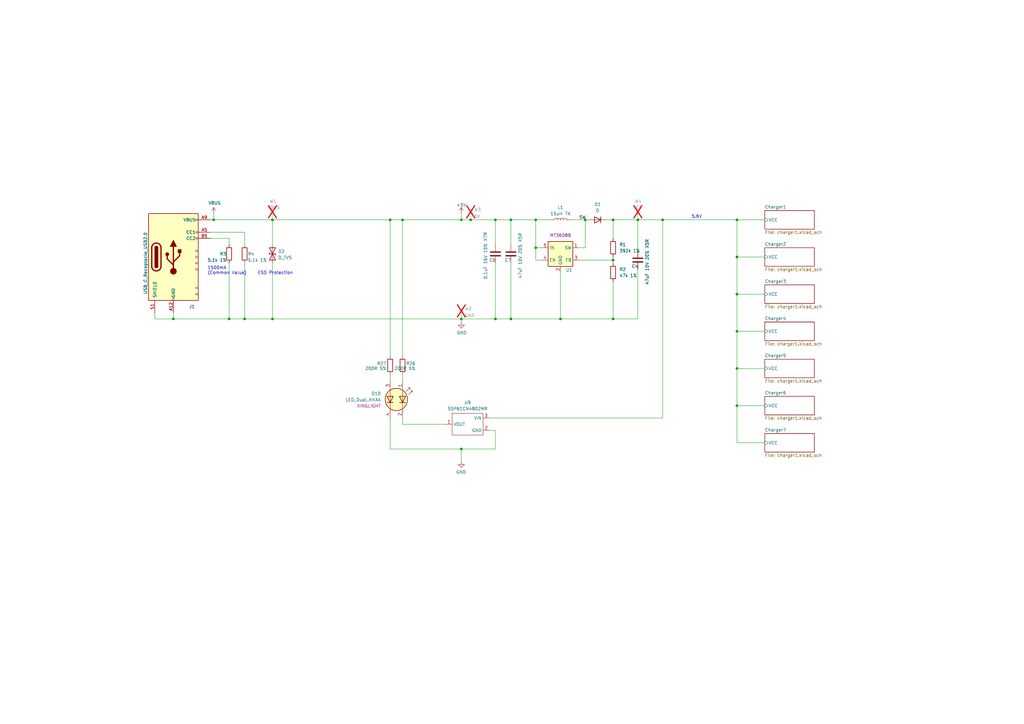
<source format=kicad_sch>
(kicad_sch (version 20250114) (generator "eeschema") (generator_version "9.0")
  (paper "A3")
  (title_block (title "Hex Charger PCB") (date "2025-10-02") (rev "1.4") (company "Systemic Games, LLC"))
  (lib_symbols
    (symbol "Device:C" (pin_numbers (hide yes)) (pin_names (offset 0.254))
      (property "Reference" "C" (at 0.635 2.54 0))
      (property "Value" "C" (at 0.635 -2.54 0))
      (symbol "C_0_1"
        (polyline (pts (xy -2.032 0.762) (xy 2.032 0.762)) (stroke (width 0.508)))
        (polyline (pts (xy -2.032 -0.762) (xy 2.032 -0.762)) (stroke (width 0.508)))
      )
      (symbol "C_1_1"
        (pin passive line (at 0 3.81 270) (length 2.794) (name "~") (number "1"))
        (pin passive line (at 0 -3.81 90) (length 2.794) (name "~") (number "2"))
      )
    )
    (symbol "Device:D" (pin_numbers (hide yes)) (pin_names (offset 1.016) (hide yes))
      (property "Reference" "D" (at 0 2.54 0))
      (property "Value" "D" (at 0 -2.54 0))
      (symbol "D_0_1"
        (polyline (pts (xy -1.27 1.27) (xy -1.27 -1.27)) (stroke (width 0.254)))
        (polyline (pts (xy 1.27 1.27) (xy 1.27 -1.27) (xy -1.27 0) (xy 1.27 1.27)) (stroke (width 0.254)))
        (polyline (pts (xy 1.27 0) (xy -1.27 0)))
      )
      (symbol "D_1_1"
        (pin passive line (at -3.81 0 0) (length 2.54) (name "K") (number "1"))
        (pin passive line (at 3.81 0 180) (length 2.54) (name "A") (number "2"))
      )
    )
    (symbol "Device:D_TVS" (pin_numbers (hide yes)) (pin_names (offset 1.016) (hide yes))
      (property "Reference" "D" (at 0 2.54 0))
      (property "Value" "D_TVS" (at 0 -2.54 0))
      (symbol "D_TVS_0_1"
        (polyline (pts (xy -2.54 1.27) (xy -2.54 -1.27) (xy 2.54 1.27) (xy 2.54 -1.27) (xy -2.54 1.27)) (stroke (width 0.254)))
        (polyline (pts (xy 0.508 1.27) (xy 0 1.27) (xy 0 -1.27) (xy -0.508 -1.27)) (stroke (width 0.254)))
        (polyline (pts (xy 1.27 0) (xy -1.27 0)))
      )
      (symbol "D_TVS_1_1"
        (pin passive line (at -3.81 0 0) (length 2.54) (name "A1") (number "1"))
        (pin passive line (at 3.81 0 180) (length 2.54) (name "A2") (number "2"))
      )
    )
    (symbol "Device:L" (pin_numbers (hide yes)) (pin_names (offset 1.016) (hide yes))
      (property "Reference" "L" (at -1.27 0 90))
      (property "Value" "L" (at 1.905 0 90))
      (symbol "L_0_1"
        (arc (start 0 2.54) (mid 0.6323 1.905) (end 0 1.27))
        (arc (start 0 1.27) (mid 0.6323 0.635) (end 0 0))
        (arc (start 0 0) (mid 0.6323 -0.635) (end 0 -1.27))
        (arc (start 0 -1.27) (mid 0.6323 -1.905) (end 0 -2.54))
      )
      (symbol "L_1_1"
        (pin passive line (at 0 3.81 270) (length 1.27) (name "1") (number "1"))
        (pin passive line (at 0 -3.81 90) (length 1.27) (name "2") (number "2"))
      )
    )
    (symbol "Device:R" (pin_numbers (hide yes)) (pin_names (offset 0))
      (property "Reference" "R" (at 2.032 0 90))
      (property "Value" "R" (at 0 0 90))
      (symbol "R_0_1"
        (rectangle (start -1.016 -2.54) (end 1.016 2.54) (stroke (width 0.254)))
      )
      (symbol "R_1_1"
        (pin passive line (at 0 3.81 270) (length 1.27) (name "~") (number "1"))
        (pin passive line (at 0 -3.81 90) (length 1.27) (name "~") (number "2"))
      )
    )
    (symbol "Pixels-dice:LED_Dual_KKAA" (pin_names (offset 0) (hide yes))
      (property "Reference" "D" (at 0 5.715 0))
      (property "Value" "LED_Dual_KKAA" (at 0 -6.35 0))
      (symbol "LED_Dual_KKAA_0_1"
        (polyline (pts (xy -5.08 2.54) (xy 2.032 2.54)))
        (polyline (pts (xy -5.08 -2.54) (xy 2.032 -2.54)))
        (polyline (pts (xy -1.27 3.81) (xy -1.27 1.27)) (stroke (width 0.254)))
        (polyline (pts (xy -1.27 -1.27) (xy -1.27 -3.81)) (stroke (width 0.254)))
        (circle (center 0 0) (radius 4.572) (stroke (width 0.254)) (fill (type background)))
        (polyline (pts (xy 1.27 3.81) (xy 1.27 1.27) (xy -1.27 2.54) (xy 1.27 3.81)) (stroke (width 0.254)))
        (polyline (pts (xy 1.27 -1.27) (xy 1.27 -3.81) (xy -1.27 -2.54) (xy 1.27 -1.27)) (stroke (width 0.254)))
        (polyline (pts (xy 2.032 5.08) (xy 3.556 6.604) (xy 2.794 6.604) (xy 3.556 6.604) (xy 3.556 5.842)))
        (polyline (pts (xy 3.302 4.064) (xy 4.826 5.588) (xy 4.064 5.588) (xy 4.826 5.588) (xy 4.826 4.826)))
        (polyline (pts (xy 3.81 2.54) (xy 1.905 2.54)))
        (polyline (pts (xy 3.81 -2.54) (xy 1.905 -2.54)))
      )
      (symbol "LED_Dual_KKAA_1_1"
        (pin input line (at -7.62 2.54 0) (length 3.048) (name "K1") (number "2"))
        (pin input line (at -7.62 -2.54 0) (length 3.048) (name "K2") (number "4"))
        (pin input line (at 7.62 2.54 180) (length 3.81) (name "A1") (number "1"))
        (pin input line (at 7.62 -2.54 180) (length 3.81) (name "A2") (number "3"))
      )
    )
    (symbol "Pixels-dice:SSP61CN4802MR"
      (property "Reference" "U" (at 0 -5.842 0))
      (property "Value" "SSP61CN4802MR" (at 0 0 0))
      (symbol "SSP61CN4802MR_0_1"
        (rectangle (start -6.35 4.445) (end 6.35 -4.445))
      )
      (symbol "SSP61CN4802MR_1_1"
        (pin power_in line (at -8.89 2.54 0) (length 2.54) (name "VIN") (number "3"))
        (pin power_in line (at -8.89 -2.54 0) (length 2.54) (name "GND") (number "2"))
        (pin output line (at 8.89 0 180) (length 2.54) (name "VOUT") (number "1"))
      )
    )
    (symbol "Pixels-dice:TEST_1P-conn" (pin_numbers (hide yes)) (pin_names (offset 0.762) (hide yes))
      (property "Reference" "W" (at 0 6.858 0))
      (property "Value" "TEST_1P-conn" (at 0 5.08 0))
      (symbol "TEST_1P-conn_0_1"
        (circle (center 0 3.302) (radius 0.762))
      )
      (symbol "TEST_1P-conn_1_1"
        (pin passive line (at 0 0 90) (length 2.54) (name "1") (number "1"))
      )
    )
    (symbol "Pixels-dice:USB_C_Receptacle_USB2.0" (pin_names (offset 1.016))
      (property "Reference" "J" (at -10.16 19.05 0))
      (property "Value" "USB_C_Receptacle_USB2.0" (at 19.05 19.05 0))
      (symbol "USB_C_Receptacle_USB2.0_0_0"
        (rectangle (start -0.254 -17.78) (end 0.254 -16.764))
        (rectangle (start 10.16 15.494) (end 9.144 14.986))
        (rectangle (start 10.16 10.414) (end 9.144 9.906))
        (rectangle (start 10.16 7.874) (end 9.144 7.366))
        (rectangle (start 10.16 2.794) (end 9.144 2.286))
        (rectangle (start 10.16 0.254) (end 9.144 -0.254))
        (rectangle (start 10.16 -2.286) (end 9.144 -2.794))
        (rectangle (start 10.16 -4.826) (end 9.144 -5.334))
        (rectangle (start 10.16 -12.446) (end 9.144 -12.954))
        (rectangle (start 10.16 -14.986) (end 9.144 -15.494))
      )
      (symbol "USB_C_Receptacle_USB2.0_0_1"
        (rectangle (start -10.16 17.78) (end 10.16 -17.78) (stroke (width 0.254)) (fill (type background)))
        (polyline (pts (xy -8.89 -3.81) (xy -8.89 3.81)) (stroke (width 0.508)))
        (rectangle (start -7.62 -3.81) (end -6.35 3.81) (stroke (width 0.254)) (fill (type outline)))
        (arc (start -7.62 3.81) (mid -6.985 4.4422) (end -6.35 3.81) (stroke (width 0.254)))
        (arc (start -7.62 3.81) (mid -6.985 4.4422) (end -6.35 3.81) (stroke (width 0.254)) (fill (type outline)))
        (arc (start -8.89 3.81) (mid -6.985 5.7066) (end -5.08 3.81) (stroke (width 0.508)))
        (arc (start -5.08 -3.81) (mid -6.985 -5.7066) (end -8.89 -3.81) (stroke (width 0.508)))
        (arc (start -6.35 -3.81) (mid -6.985 -4.4422) (end -7.62 -3.81) (stroke (width 0.254)))
        (arc (start -6.35 -3.81) (mid -6.985 -4.4422) (end -7.62 -3.81) (stroke (width 0.254)) (fill (type outline)))
        (polyline (pts (xy -5.08 3.81) (xy -5.08 -3.81)) (stroke (width 0.508)))
        (circle (center -2.54 1.143) (radius 0.635) (stroke (width 0.254)) (fill (type outline)))
        (polyline (pts (xy -1.27 4.318) (xy 0 6.858) (xy 1.27 4.318) (xy -1.27 4.318)) (stroke (width 0.254)) (fill (type outline)))
        (polyline (pts (xy 0 -2.032) (xy 2.54 0.508) (xy 2.54 1.778)) (stroke (width 0.508)))
        (polyline (pts (xy 0 -3.302) (xy -2.54 -0.762) (xy -2.54 0.508)) (stroke (width 0.508)))
        (polyline (pts (xy 0 -5.842) (xy 0 4.318)) (stroke (width 0.508)))
        (circle (center 0 -5.842) (radius 1.27) (fill (type outline)))
        (rectangle (start 1.905 1.778) (end 3.175 3.048) (stroke (width 0.254)) (fill (type outline)))
      )
      (symbol "USB_C_Receptacle_USB2.0_1_1"
        (pin passive line (at -7.62 -22.86 90) (length 5.08) (name "SHIELD") (number "S1"))
        (pin passive line (at 0 -22.86 90) (length 5.08) (name "GND") (number "A12"))
        (pin passive line (at 0 -22.86 90) (length 5.08) (hide yes) (name "GND") (number "B12"))
        (pin passive line (at 15.24 15.24 180) (length 5.08) (name "VBUS") (number "A9"))
        (pin passive line (at 15.24 15.24 180) (length 5.08) (hide yes) (name "VBUS") (number "B9"))
        (pin bidirectional line (at 15.24 10.16 180) (length 5.08) (name "CC1") (number "A5"))
        (pin bidirectional line (at 15.24 7.62 180) (length 5.08) (name "CC2") (number "B5"))
      )
    )
    (symbol "Regulator_Switching:MT3608"
      (property "Reference" "U" (at -2.54 8.89 0))
      (property "Value" "MT3608" (at -3.81 6.35 0))
      (symbol "MT3608_0_1"
        (rectangle (start -5.08 5.08) (end 5.08 -5.08) (stroke (width 0.254)) (fill (type background)))
      )
      (symbol "MT3608_1_1"
        (pin power_in line (at -7.62 2.54 0) (length 2.54) (name "IN") (number "5"))
        (pin input line (at -7.62 -2.54 0) (length 2.54) (name "EN") (number "4"))
        (pin power_in line (at 0 -7.62 90) (length 2.54) (name "GND") (number "2"))
        (pin no_connect line (at 5.08 0 180) (length 2.54) (hide yes) (name "NC") (number "6"))
        (pin passive line (at 7.62 2.54 180) (length 2.54) (name "SW") (number "1"))
        (pin input line (at 7.62 -2.54 180) (length 2.54) (name "FB") (number "3"))
      )
    )
    (symbol "power:+5V" (power) (pin_names (offset 0))
      (property "Value" "+5V" (at 0 3.556 0))
      (symbol "+5V_0_1"
        (polyline (pts (xy -0.762 1.27) (xy 0 2.54)))
        (polyline (pts (xy 0 2.54) (xy 0.762 1.27)))
        (polyline (pts (xy 0 0) (xy 0 2.54)))
      )
      (symbol "+5V_1_1"
        (pin power_in line (at 0 0 90) (length 0) (hide yes) (name "+5V") (number "1"))
      )
    )
    (symbol "power:GND" (power) (pin_names (offset 0))
      (property "Value" "GND" (at 0 -3.81 0))
      (symbol "GND_0_1"
        (polyline (pts (xy 0 0) (xy 0 -1.27) (xy 1.27 -1.27) (xy 0 -2.54) (xy -1.27 -1.27) (xy 0 -1.27)))
      )
      (symbol "GND_1_1"
        (pin power_in line (at 0 0 270) (length 0) (hide yes) (name "GND") (number "1"))
      )
    )
    (symbol "power:VBUS" (power) (pin_names (offset 0))
      (property "Value" "VBUS" (at 0 3.81 0))
      (symbol "VBUS_0_1"
        (polyline (pts (xy -0.762 1.27) (xy 0 2.54)))
        (polyline (pts (xy 0 2.54) (xy 0.762 1.27)))
        (polyline (pts (xy 0 0) (xy 0 2.54)))
      )
      (symbol "VBUS_1_1"
        (pin power_in line (at 0 0 90) (length 0) (hide yes) (name "VBUS") (number "1"))
      )
    )
  )
  (text "1500mA\n(Common Value)" (at 85.09 112.776 0) (effects (font (size 1.27 1.27)) (justify left bottom)))
  (text "5.6V" (at 285.75 88.9 0) (effects (font (size 1.27 1.27))))
  (text "ESD Protection" (at 105.664 112.776 0) (effects (font (size 1.27 1.27)) (justify left bottom)))
  (junction (at 302.26 90.17))
  (junction (at 111.76 90.17))
  (junction (at 189.23 184.15))
  (junction (at 302.26 166.37))
  (junction (at 93.98 130.81))
  (junction (at 100.33 130.81))
  (junction (at 302.26 105.41))
  (junction (at 240.03 90.17))
  (junction (at 271.78 90.17))
  (junction (at 302.26 120.65))
  (junction (at 251.46 90.17))
  (junction (at 302.26 135.89))
  (junction (at 165.1 90.17))
  (junction (at 160.02 90.17))
  (junction (at 251.46 130.81))
  (junction (at 193.04 90.17))
  (junction (at 111.76 130.81))
  (junction (at 87.63 90.17))
  (junction (at 219.71 101.6))
  (junction (at 302.26 151.13))
  (junction (at 219.71 90.17))
  (junction (at 189.23 90.17))
  (junction (at 209.55 130.81))
  (junction (at 203.2 130.81))
  (junction (at 251.46 106.68))
  (junction (at 229.87 130.81))
  (junction (at 203.2 90.17))
  (junction (at 209.55 90.17))
  (junction (at 189.23 130.81))
  (junction (at 261.62 90.17))
  (junction (at 71.12 130.81))
  (wire (pts (xy 100.33 130.81) (xy 111.76 130.81)))
  (wire (pts (xy 203.2 107.95) (xy 203.2 130.81)))
  (wire (pts (xy 237.49 101.6) (xy 240.03 101.6)))
  (wire (pts (xy 240.03 90.17) (xy 241.3 90.17)))
  (wire (pts (xy 271.78 90.17) (xy 271.78 171.45)))
  (wire (pts (xy 219.71 90.17) (xy 219.71 101.6)))
  (wire (pts (xy 165.1 173.99) (xy 182.88 173.99)))
  (wire (pts (xy 302.26 120.65) (xy 313.69 120.65)))
  (wire (pts (xy 165.1 171.45) (xy 165.1 173.99)))
  (wire (pts (xy 251.46 90.17) (xy 261.62 90.17)))
  (wire (pts (xy 302.26 105.41) (xy 302.26 120.65)))
  (wire (pts (xy 222.25 106.68) (xy 219.71 106.68)))
  (wire (pts (xy 87.63 87.63) (xy 87.63 90.17)))
  (wire (pts (xy 160.02 171.45) (xy 160.02 184.15)))
  (wire (pts (xy 248.92 90.17) (xy 251.46 90.17)))
  (wire (pts (xy 71.12 128.27) (xy 71.12 130.81)))
  (wire (pts (xy 237.49 106.68) (xy 251.46 106.68)))
  (wire (pts (xy 302.26 166.37) (xy 313.69 166.37)))
  (wire (pts (xy 203.2 100.33) (xy 203.2 90.17)))
  (wire (pts (xy 100.33 107.95) (xy 100.33 130.81)))
  (wire (pts (xy 189.23 184.15) (xy 160.02 184.15)))
  (wire (pts (xy 302.26 120.65) (xy 302.26 135.89)))
  (wire (pts (xy 63.5 128.27) (xy 63.5 130.81)))
  (wire (pts (xy 209.55 90.17) (xy 219.71 90.17)))
  (wire (pts (xy 226.06 90.17) (xy 219.71 90.17)))
  (wire (pts (xy 233.68 90.17) (xy 240.03 90.17)))
  (wire (pts (xy 219.71 101.6) (xy 222.25 101.6)))
  (wire (pts (xy 240.03 101.6) (xy 240.03 90.17)))
  (wire (pts (xy 209.55 107.95) (xy 209.55 130.81)))
  (wire (pts (xy 100.33 95.25) (xy 100.33 100.33)))
  (wire (pts (xy 302.26 181.61) (xy 313.69 181.61)))
  (wire (pts (xy 302.26 90.17) (xy 302.26 105.41)))
  (wire (pts (xy 261.62 90.17) (xy 261.62 102.87)))
  (wire (pts (xy 271.78 90.17) (xy 302.26 90.17)))
  (wire (pts (xy 160.02 90.17) (xy 165.1 90.17)))
  (wire (pts (xy 209.55 130.81) (xy 229.87 130.81)))
  (wire (pts (xy 200.66 176.53) (xy 203.2 176.53)))
  (wire (pts (xy 203.2 90.17) (xy 209.55 90.17)))
  (wire (pts (xy 193.04 90.17) (xy 203.2 90.17)))
  (wire (pts (xy 302.26 151.13) (xy 302.26 166.37)))
  (wire (pts (xy 261.62 130.81) (xy 261.62 110.49)))
  (wire (pts (xy 251.46 130.81) (xy 261.62 130.81)))
  (wire (pts (xy 111.76 130.81) (xy 189.23 130.81)))
  (wire (pts (xy 203.2 184.15) (xy 189.23 184.15)))
  (wire (pts (xy 302.26 135.89) (xy 302.26 151.13)))
  (wire (pts (xy 251.46 130.81) (xy 251.46 115.57)))
  (wire (pts (xy 302.26 105.41) (xy 313.69 105.41)))
  (wire (pts (xy 86.36 90.17) (xy 87.63 90.17)))
  (wire (pts (xy 203.2 176.53) (xy 203.2 184.15)))
  (wire (pts (xy 86.36 95.25) (xy 100.33 95.25)))
  (wire (pts (xy 209.55 90.17) (xy 209.55 100.33)))
  (wire (pts (xy 93.98 97.79) (xy 93.98 100.33)))
  (wire (pts (xy 165.1 90.17) (xy 165.1 146.05)))
  (wire (pts (xy 71.12 130.81) (xy 93.98 130.81)))
  (wire (pts (xy 165.1 90.17) (xy 189.23 90.17)))
  (wire (pts (xy 302.26 151.13) (xy 313.69 151.13)))
  (wire (pts (xy 93.98 130.81) (xy 100.33 130.81)))
  (wire (pts (xy 63.5 130.81) (xy 71.12 130.81)))
  (wire (pts (xy 251.46 106.68) (xy 251.46 107.95)))
  (wire (pts (xy 93.98 107.95) (xy 93.98 130.81)))
  (wire (pts (xy 111.76 90.17) (xy 160.02 90.17)))
  (wire (pts (xy 229.87 130.81) (xy 251.46 130.81)))
  (wire (pts (xy 302.26 90.17) (xy 313.69 90.17)))
  (wire (pts (xy 189.23 130.81) (xy 189.23 132.08)))
  (wire (pts (xy 189.23 87.63) (xy 189.23 90.17)))
  (wire (pts (xy 87.63 90.17) (xy 111.76 90.17)))
  (wire (pts (xy 86.36 97.79) (xy 93.98 97.79)))
  (wire (pts (xy 189.23 189.23) (xy 189.23 184.15)))
  (wire (pts (xy 219.71 106.68) (xy 219.71 101.6)))
  (wire (pts (xy 302.26 135.89) (xy 313.69 135.89)))
  (wire (pts (xy 165.1 153.67) (xy 165.1 156.21)))
  (wire (pts (xy 261.62 90.17) (xy 271.78 90.17)))
  (wire (pts (xy 189.23 130.81) (xy 203.2 130.81)))
  (wire (pts (xy 251.46 106.68) (xy 251.46 105.41)))
  (wire (pts (xy 160.02 153.67) (xy 160.02 156.21)))
  (wire (pts (xy 200.66 171.45) (xy 271.78 171.45)))
  (wire (pts (xy 189.23 90.17) (xy 193.04 90.17)))
  (wire (pts (xy 302.26 166.37) (xy 302.26 181.61)))
  (wire (pts (xy 229.87 130.81) (xy 229.87 111.76)))
  (wire (pts (xy 111.76 107.95) (xy 111.76 130.81)))
  (wire (pts (xy 160.02 90.17) (xy 160.02 146.05)))
  (wire (pts (xy 111.76 90.17) (xy 111.76 100.33)))
  (wire (pts (xy 203.2 130.81) (xy 209.55 130.81)))
  (wire (pts (xy 251.46 90.17) (xy 251.46 97.79)))
  (label "SW" (at 237.49 90.17 0))
  (symbol (lib_id "Device:R") (at 100.33 104.14 180) (unit 1)
    (property "Reference" "R4" (at 101.6 104.14 0) (effects (justify right)))
    (property "Value" "5.1k 1%" (at 101.6 106.68 0) (effects (justify right)))
    (property "Footprint" "Resistor_SMD:R_0402_1005Metric" (effects (hide yes)))
    (property "Part Number" "0402WGF5101TCE" (effects (hide yes)))
    (property "Manufacturer" "UNI-ROYAL(Uniroyal Elec)" (effects (hide yes)))
    (property "Pixels Part Number" "SMD-R101" (effects (hide yes)))
    (property "LCSC Part #" "C25905" (effects (hide yes)))
  )
  (symbol (lib_id "Pixels-dice:TEST_1P-conn") (at 261.62 90.17 0) (unit 1) (in_bom no) (dnp yes)
    (property "Reference" "W4" (at 260.35 82.55 0) (effects (justify left)))
    (property "Value" "VCC" (at 259.588 85.09 0) (effects (justify left)))
    (property "Footprint" "Pixels-dice:TestPoint_1.5x1.5_Drill0.9mm" (effects (hide yes)))
  )
  (symbol (lib_id "Pixels-dice:TEST_1P-conn") (at 193.04 90.17 0) (unit 1) (in_bom no) (dnp yes)
    (property "Reference" "W3" (at 194.437 85.9595 0) (effects (justify left)))
    (property "Value" "5V" (at 194.437 88.7346 0) (effects (justify left)))
    (property "Footprint" "Pixels-dice:TestPoint_1.5x1.5_Drill0.9mm" (effects (hide yes)))
  )
  (symbol (lib_id "Device:L") (at 229.87 90.17 90) (unit 1)
    (property "Reference" "L1" (at 229.87 85.09 90))
    (property "Value" "15uH 7A" (at 229.87 87.63 90))
    (property "Footprint" "Inductor_SMD:L_Sunlord_MWSA1005S" (effects (hide yes)))
    (property "Description" "Inductor" (effects (hide yes)))
    (property "Manufacturer" "COILMX" (effects (hide yes)))
    (property "Part Number" "MS1050-150M" (effects (hide yes)))
    (property "Alternate Part Number" "YT0650H-100M" (effects (hide yes)))
    (property "LCSC Part #" "C18337490" (effects (hide yes)))
  )
  (symbol (lib_id "Regulator_Switching:MT3608") (at 229.87 104.14 0) (unit 1)
    (property "Reference" "U1" (at 233.426 110.744 0))
    (property "Value" "MT3608B" (effects (hide yes)))
    (property "Footprint" "Package_TO_SOT_SMD:SOT-23-6" (effects (hide yes)))
    (property "Datasheet" "https://www.olimex.com/Products/Breadboarding/BB-PWR-3608/resources/MT3608.pdf" (effects (hide yes)))
    (property "Description" "High Efficiency 1.2MHz 2A Step Up Converter, 2-24V Vin, 28V Vout, 4A current limit, 1.2MHz, SOT23-6" (effects (hide yes)))
    (property "Manufacturer" "XI'AN Aerosemi Tech" (effects (hide yes)))
    (property "Part Number" "MT3608B" (at 229.87 96.52 0))
    (property "LCSC Part #" "C19189893" (effects (hide yes)))
  )
  (symbol (lib_id "Device:R") (at 251.46 101.6 0) (unit 1)
    (property "Reference" "R1" (at 254 100.3299 0) (effects (justify left)))
    (property "Value" "392k 1%" (at 254 102.8699 0) (effects (justify left)))
    (property "Footprint" "Resistor_SMD:R_0402_1005Metric" (effects (hide yes)))
    (property "Description" "Resistor" (effects (hide yes)))
    (property "Manufacturer" "UNI-ROYAL(Uniroyal Elec)" (effects (hide yes)))
    (property "Part Number" "0402WGF3923TCE" (effects (hide yes)))
  )
  (symbol (lib_id "Pixels-dice:TEST_1P-conn") (at 189.23 130.81 0) (unit 1) (in_bom no) (dnp yes)
    (property "Reference" "W2" (at 190.627 126.5995 0) (effects (justify left)))
    (property "Value" "GND" (at 190.627 129.3746 0) (effects (justify left)))
    (property "Footprint" "Pixels-dice:TestPoint_1.5x1.5_Drill0.9mm" (effects (hide yes)))
  )
  (symbol (lib_id "Device:D_TVS") (at 111.76 104.14 270) (unit 1)
    (property "Reference" "D2" (at 114.046 103.124 90) (effects (justify left)))
    (property "Value" "D_TVS" (at 114.046 105.664 90) (effects (justify left)))
    (property "Footprint" "Pixels-dice:DFN" (effects (hide yes)))
    (property "Manufacturer" "Murata" (effects (hide yes)))
    (property "Part Number" "LXES1UTAA1-157" (effects (hide yes)))
    (property "Alternate Manufacturer" "Cnnpchip品牌 " (effects (hide yes)))
    (property "Alternate Part Number" "LXES1UTAA1-157" (effects (hide yes)))
    (property "LCSC Part #" "C5210979" (effects (hide yes)))
  )
  (symbol (lib_id "Pixels-dice:USB_C_Receptacle_USB2.0") (at 71.12 105.41 0) (unit 1)
    (property "Reference" "J1" (at 78.74 125.73 0))
    (property "Value" "USB_C_Receptacle_USB2.0" (at 59.69 107.95 90))
    (property "Footprint" "Pixels-dice:USB-C-SMD_10P-P1.00-L6.8-W8.9" (effects (hide yes)))
    (property "Datasheet" "https://www.usb.org/sites/default/files/documents/usb_type-c.zip" (effects (hide yes)))
    (property "Part Number" "TYPE-C-31-M-17" (effects (hide yes)))
    (property "Manufacturer" "Korean Hroparts Elec" (effects (hide yes)))
    (property "Pixels Part Number" "SMD-J108" (effects (hide yes)))
    (property "Alternate Manufacturer" "Yusheng" (effects (hide yes)))
    (property "Alternate Part Number" "A-TPCB0602-00RB" (effects (hide yes)))
    (property "LCSC Part #" "C283540" (effects (hide yes)))
  )
  (symbol (lib_id "power:GND") (at 189.23 132.08 0) (unit 1)
    (property "Reference" "#PWR03" (effects (hide yes)))
    (property "Value" "GND" (at 189.357 136.4742 0))
  )
  (symbol (lib_id "Device:R") (at 251.46 111.76 0) (unit 1)
    (property "Reference" "R2" (at 254 110.4899 0) (effects (justify left)))
    (property "Value" "47k 1%" (at 254 113.0299 0) (effects (justify left)))
    (property "Footprint" "Resistor_SMD:R_0402_1005Metric" (effects (hide yes)))
    (property "Description" "Resistor" (effects (hide yes)))
    (property "Manufacturer" "UNI-ROYAL(Uniroyal Elec)" (effects (hide yes)))
    (property "Part Number" "0402WGF4702TCE" (effects (hide yes)))
  )
  (symbol (lib_id "Pixels-dice:SSP61CN4802MR") (at 191.77 173.99 0) (mirror y) (unit 1)
    (property "Reference" "U9" (at 191.77 165.1 0))
    (property "Value" "SSP61CN4802MR" (at 191.77 167.64 0))
    (property "Footprint" "Package_TO_SOT_SMD:SOT-23" (effects (hide yes)))
    (property "Manufacturer" "UMW(Youtai Semiconductor Co., Ltd.)" (effects (hide yes)))
    (property "Part Number" "HT7050S" (effects (hide yes)))
    (property "LCSC Part #" "C2842953" (effects (hide yes)))
  )
  (symbol (lib_id "power:+5V") (at 189.23 87.63 0) (unit 1)
    (property "Reference" "#PWR02" (effects (hide yes)))
    (property "Value" "+5V" (at 189.23 84.0255 0))
  )
  (symbol (lib_id "Device:C") (at 261.62 106.68 0) (unit 1)
    (property "Reference" "C4" (at 259.08 109.22 0) (effects (justify left)))
    (property "Value" "47uF 10V 20% X5R" (at 265.43 116.84 90) (effects (justify left)))
    (property "Footprint" "Capacitor_SMD:C_1206_3216Metric" (effects (hide yes)))
    (property "Part Number" " CGA1206X5R476M100NT" (effects (hide yes)))
    (property "Manufacturer" "HRE" (effects (hide yes)))
  )
  (symbol (lib_id "Device:C") (at 209.55 104.14 0) (unit 1)
    (property "Reference" "C7" (at 207.01 106.68 0) (effects (justify left)))
    (property "Value" "47uF 10V 20% X5R" (at 213.36 114.3 90) (effects (justify left)))
    (property "Footprint" "Capacitor_SMD:C_1206_3216Metric" (effects (hide yes)))
    (property "Part Number" " CGA1206X5R476M100NT" (effects (hide yes)))
    (property "Manufacturer" "HRE" (effects (hide yes)))
  )
  (symbol (lib_id "Pixels-dice:TEST_1P-conn") (at 111.76 90.17 0) (unit 1) (in_bom no) (dnp yes)
    (property "Reference" "W1" (at 110.49 82.55 0) (effects (justify left)))
    (property "Value" "VBUS" (at 109.728 85.09 0) (effects (justify left)))
    (property "Footprint" "Pixels-dice:TestPoint_1.5x1.5_Drill0.9mm" (effects (hide yes)))
  )
  (symbol (lib_id "Device:C") (at 203.2 104.14 0) (unit 1)
    (property "Reference" "C6" (at 200.66 106.68 0) (effects (justify left)))
    (property "Value" "0.1uF 16V 10% X7R" (at 199.136 114.554 90) (effects (justify left)))
    (property "Footprint" "Capacitor_SMD:C_0603_1608Metric" (effects (hide yes)))
    (property "Part Number" "CGA0603X7R104K500JT" (effects (hide yes)))
    (property "Manufacturer" "HRE" (effects (hide yes)))
  )
  (symbol (lib_id "Pixels-dice:LED_Dual_KKAA") (at 162.56 163.83 270) (mirror x) (unit 1)
    (property "Reference" "D10" (at 156.21 161.4169 90) (effects (justify right)))
    (property "Value" "LED_Dual_KKAA" (at 156.21 163.9569 90) (effects (justify right)))
    (property "Footprint" "Pixels-dice:XL-3210SURUGC" (effects (hide yes)))
    (property "Description" "Dual LED, cathodes on pins 1 and 3" (effects (hide yes)))
    (property "Manufacturer" "XINGLIGHT" (at 156.21 166.4969 90) (effects (justify right)))
    (property "Part Number" "XL-3210SURUGC" (effects (hide yes)))
    (property "LCSC Part #" "C965883" (effects (hide yes)))
  )
  (symbol (lib_id "Device:R") (at 160.02 149.86 0) (mirror x) (unit 1)
    (property "Reference" "R27" (at 158.496 149.098 0) (effects (justify right)))
    (property "Value" "200R 5%" (at 158.496 151.13 0) (effects (justify right)))
    (property "Footprint" "Resistor_SMD:R_0402_1005Metric" (effects (hide yes)))
    (property "Part Number" "0402WGF2000TCE" (effects (hide yes)))
    (property "Manufacturer" "UNI-ROYAL(Uniroyal Elec)" (effects (hide yes)))
    (property "LCSC Part #" "C25087" (effects (hide yes)))
  )
  (symbol (lib_id "Device:R") (at 93.98 104.14 180) (unit 1)
    (property "Reference" "R3" (at 90.17 104.14 0) (effects (justify right)))
    (property "Value" "5.1k 1%" (at 85.09 106.68 0) (effects (justify right)))
    (property "Footprint" "Resistor_SMD:R_0402_1005Metric" (effects (hide yes)))
    (property "Part Number" "0402WGF5101TCE" (effects (hide yes)))
    (property "Manufacturer" "UNI-ROYAL(Uniroyal Elec)" (effects (hide yes)))
    (property "Pixels Part Number" "SMD-R101" (effects (hide yes)))
    (property "LCSC Part #" "C25905" (effects (hide yes)))
  )
  (symbol (lib_id "Device:R") (at 165.1 149.86 0) (mirror x) (unit 1)
    (property "Reference" "R26" (at 170.434 149.098 0) (effects (justify right)))
    (property "Value" "200R 5%" (at 170.434 151.13 0) (effects (justify right)))
    (property "Footprint" "Resistor_SMD:R_0402_1005Metric" (effects (hide yes)))
    (property "Part Number" "0402WGF2000TCE" (effects (hide yes)))
    (property "Manufacturer" "UNI-ROYAL(Uniroyal Elec)" (effects (hide yes)))
    (property "LCSC Part #" "C25087" (effects (hide yes)))
  )
  (symbol (lib_id "Device:D") (at 245.11 90.17 180) (unit 1)
    (property "Reference" "D1" (at 245.11 83.82 0))
    (property "Value" "D" (at 245.11 86.36 0))
    (property "Footprint" "Pixels-dice:SMAF" (effects (hide yes)))
    (property "Description" "Diode" (effects (hide yes)))
    (property "Sim.Device" "D" (effects (hide yes)))
    (property "Sim.Pins" "1=K 2=A" (effects (hide yes)))
    (property "Manufacturer" "GOODWORK" (effects (hide yes)))
    (property "Part Number" "SS54F" (effects (hide yes)))
    (property "Alternate Manufacturer" "HOTECH品牌 " (effects (hide yes)))
    (property "Alternate Part Number" "SS54F" (effects (hide yes)))
    (property "LCSC Part #" "C908671" (effects (hide yes)))
  )
  (symbol (lib_id "power:GND") (at 189.23 189.23 0) (mirror y) (unit 1)
    (property "Reference" "#PWR04" (effects (hide yes)))
    (property "Value" "GND" (at 189.103 193.6242 0))
  )
  (symbol (lib_id "power:VBUS") (at 87.63 87.63 0) (unit 1)
    (property "Reference" "#PWR01" (effects (hide yes)))
    (property "Value" "VBUS" (at 88.011 83.2358 0))
  )
  (sheet (at 313.69 116.84) (size 20.32 7.62) (stroke (width 0.1524))
    (property "Sheetname" "Charger3" (at 313.69 116.1284 0) (effects (justify left bottom)))
    (property "Sheetfile" "charger1.kicad_sch" (at 313.69 125.0446 0) (effects (justify left top)))
    (pin "VCC" input (at 313.69 120.65 180))
  )
  (sheet (at 313.69 177.8) (size 20.32 7.62) (stroke (width 0.1524))
    (property "Sheetname" "Charger7" (at 313.69 177.0884 0) (effects (justify left bottom)))
    (property "Sheetfile" "charger1.kicad_sch" (at 313.69 186.0046 0) (effects (justify left top)))
    (pin "VCC" input (at 313.69 181.61 180))
  )
  (sheet (at 313.69 162.56) (size 20.32 7.62) (stroke (width 0.1524))
    (property "Sheetname" "Charger6" (at 313.69 161.8484 0) (effects (justify left bottom)))
    (property "Sheetfile" "charger1.kicad_sch" (at 313.69 170.7646 0) (effects (justify left top)))
    (pin "VCC" input (at 313.69 166.37 180))
  )
  (sheet (at 313.69 86.36) (size 20.32 7.62) (stroke (width 0.1524))
    (property "Sheetname" "Charger1" (at 313.69 85.6484 0) (effects (justify left bottom)))
    (property "Sheetfile" "charger1.kicad_sch" (at 313.69 94.5646 0) (effects (justify left top)))
    (pin "VCC" input (at 313.69 90.17 180))
  )
  (sheet (at 313.69 132.08) (size 20.32 7.62) (stroke (width 0.1524))
    (property "Sheetname" "Charger4" (at 313.69 131.3684 0) (effects (justify left bottom)))
    (property "Sheetfile" "charger1.kicad_sch" (at 313.69 140.2846 0) (effects (justify left top)))
    (pin "VCC" input (at 313.69 135.89 180))
  )
  (sheet (at 313.69 101.6) (size 20.32 7.62) (stroke (width 0.1524))
    (property "Sheetname" "Charger2" (at 313.69 100.8884 0) (effects (justify left bottom)))
    (property "Sheetfile" "charger1.kicad_sch" (at 313.69 109.8046 0) (effects (justify left top)))
    (pin "VCC" input (at 313.69 105.41 180))
  )
  (sheet (at 313.69 147.32) (size 20.32 7.62) (stroke (width 0.1524))
    (property "Sheetname" "Charger5" (at 313.69 146.6084 0) (effects (justify left bottom)))
    (property "Sheetfile" "charger1.kicad_sch" (at 313.69 155.5246 0) (effects (justify left top)))
    (pin "VCC" input (at 313.69 151.13 180))
  )
)
</source>
